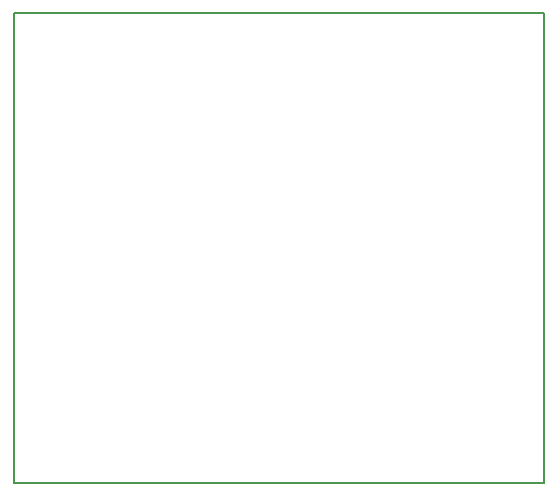
<source format=gm1>
G04 MADE WITH FRITZING*
G04 WWW.FRITZING.ORG*
G04 SINGLE SIDED*
G04 HOLES NOT PLATED*
G04 CONTOUR ON CENTER OF CONTOUR VECTOR*
%ASAXBY*%
%FSLAX23Y23*%
%MOIN*%
%OFA0B0*%
%SFA1.0B1.0*%
%ADD10R,1.771650X1.574800*%
%ADD11C,0.008000*%
%ADD10C,0.008*%
%LNCONTOUR*%
G90*
G70*
G54D10*
G54D11*
X4Y1571D02*
X1768Y1571D01*
X1768Y4D01*
X4Y4D01*
X4Y1571D01*
D02*
G04 End of contour*
M02*
</source>
